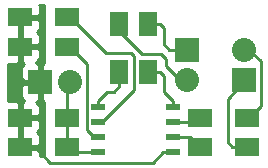
<source format=gtl>
G04 #@! TF.FileFunction,Copper,L1,Top,Signal*
%FSLAX46Y46*%
G04 Gerber Fmt 4.6, Leading zero omitted, Abs format (unit mm)*
G04 Created by KiCad (PCBNEW 4.0.4+e1-6308~48~ubuntu16.04.1-stable) date Thu Nov  3 23:10:20 2016*
%MOMM*%
%LPD*%
G01*
G04 APERTURE LIST*
%ADD10C,0.100000*%
%ADD11R,2.000000X1.600000*%
%ADD12R,1.143000X0.508000*%
%ADD13R,2.032000X2.032000*%
%ADD14O,2.032000X2.032000*%
%ADD15R,1.600000X2.000000*%
%ADD16C,0.250000*%
%ADD17C,0.254000*%
G04 APERTURE END LIST*
D10*
D11*
X184250000Y-79000000D03*
X180250000Y-79000000D03*
D12*
X193175000Y-78095000D03*
X193175000Y-79365000D03*
X193175000Y-80635000D03*
X193175000Y-81905000D03*
X186825000Y-81905000D03*
X186825000Y-80635000D03*
X186825000Y-79365000D03*
X186825000Y-78095000D03*
D11*
X184250000Y-81500000D03*
X180250000Y-81500000D03*
X184250000Y-70500000D03*
X180250000Y-70500000D03*
X184250000Y-73000000D03*
X180250000Y-73000000D03*
D13*
X181950000Y-76000000D03*
D14*
X184490000Y-76000000D03*
D13*
X199200000Y-75800000D03*
D14*
X199200000Y-73260000D03*
D13*
X194400000Y-73260000D03*
D14*
X194400000Y-75800000D03*
D11*
X199450000Y-79000000D03*
X195450000Y-79000000D03*
D15*
X191050000Y-75100000D03*
X191050000Y-71100000D03*
D11*
X195450000Y-81500000D03*
X199450000Y-81500000D03*
D15*
X188650000Y-71100000D03*
X188650000Y-75100000D03*
D16*
X184250000Y-79000000D02*
X184250000Y-76240000D01*
X184250000Y-76240000D02*
X184490000Y-76000000D01*
X184250000Y-81500000D02*
X184250000Y-79000000D01*
X186825000Y-81905000D02*
X184655000Y-81905000D01*
X184655000Y-81905000D02*
X184250000Y-81500000D01*
X193175000Y-81905000D02*
X192353500Y-81905000D01*
X192353500Y-81905000D02*
X191457938Y-82800562D01*
X191457938Y-82800562D02*
X182800562Y-82800562D01*
X182800562Y-82800562D02*
X181500000Y-81500000D01*
X181500000Y-81500000D02*
X180250000Y-81500000D01*
X180250000Y-79000000D02*
X180250000Y-76434000D01*
X180250000Y-76434000D02*
X180684000Y-76000000D01*
X180684000Y-76000000D02*
X181950000Y-76000000D01*
X180250000Y-73000000D02*
X180250000Y-75566000D01*
X180250000Y-75566000D02*
X180684000Y-76000000D01*
X180250000Y-70500000D02*
X180250000Y-73000000D01*
X187142500Y-79365000D02*
X186825000Y-79365000D01*
X189851674Y-76655826D02*
X187142500Y-79365000D01*
X189626447Y-73523273D02*
X189851674Y-73748500D01*
X187473273Y-73523273D02*
X189626447Y-73523273D01*
X184450000Y-70500000D02*
X187473273Y-73523273D01*
X184250000Y-70500000D02*
X184450000Y-70500000D01*
X189851674Y-73748500D02*
X189851674Y-76655826D01*
X184250000Y-73000000D02*
X184450000Y-73000000D01*
X184450000Y-73000000D02*
X185928499Y-74478499D01*
X185928499Y-74478499D02*
X185928499Y-80055999D01*
X185928499Y-80055999D02*
X186507500Y-80635000D01*
X186507500Y-80635000D02*
X186825000Y-80635000D01*
X184250000Y-73250000D02*
X184450000Y-73250000D01*
X193175000Y-79365000D02*
X195085000Y-79365000D01*
X195085000Y-79365000D02*
X195450000Y-79000000D01*
X191050000Y-75100000D02*
X192100000Y-75100000D01*
X193175000Y-77591000D02*
X193175000Y-78095000D01*
X192100000Y-75100000D02*
X192448462Y-75448462D01*
X192448462Y-76864462D02*
X193175000Y-77591000D01*
X192448462Y-75448462D02*
X192448462Y-76864462D01*
X193175000Y-80635000D02*
X194585000Y-80635000D01*
X194585000Y-80635000D02*
X195450000Y-81500000D01*
X188650000Y-75100000D02*
X188650000Y-76350000D01*
X188650000Y-76350000D02*
X188150000Y-76850000D01*
X188150000Y-76850000D02*
X187566000Y-76850000D01*
X187566000Y-76850000D02*
X186825000Y-77591000D01*
X186825000Y-77591000D02*
X186825000Y-78095000D01*
X199450000Y-81500000D02*
X198200000Y-81500000D01*
X198200000Y-81500000D02*
X197800000Y-81100000D01*
X197800000Y-81100000D02*
X197800000Y-77400000D01*
X197800000Y-77400000D02*
X199200000Y-76000000D01*
X199200000Y-76000000D02*
X199200000Y-75800000D01*
X199450000Y-79000000D02*
X199650000Y-79000000D01*
X199650000Y-79000000D02*
X200600000Y-78050000D01*
X200600000Y-78050000D02*
X200600000Y-74200000D01*
X200600000Y-74200000D02*
X199660000Y-73260000D01*
X199660000Y-73260000D02*
X199200000Y-73260000D01*
X192400000Y-72800000D02*
X192860000Y-73260000D01*
X192860000Y-73260000D02*
X194400000Y-73260000D01*
X192400000Y-71400000D02*
X192400000Y-72800000D01*
X191050000Y-71100000D02*
X192100000Y-71100000D01*
X192100000Y-71100000D02*
X192400000Y-71400000D01*
X188650000Y-71100000D02*
X188650000Y-71650000D01*
X188650000Y-71650000D02*
X190600000Y-73600000D01*
X190600000Y-73600000D02*
X192200000Y-73600000D01*
X192200000Y-73600000D02*
X192600000Y-74000000D01*
X192600000Y-74600000D02*
X193800000Y-75800000D01*
X192600000Y-74000000D02*
X192600000Y-74600000D01*
X193800000Y-75800000D02*
X194400000Y-75800000D01*
D17*
G36*
X182273000Y-74349000D02*
X182235750Y-74349000D01*
X182077000Y-74507750D01*
X182077000Y-75873000D01*
X182097000Y-75873000D01*
X182097000Y-76127000D01*
X182077000Y-76127000D01*
X182077000Y-77492250D01*
X182235750Y-77651000D01*
X182273000Y-77651000D01*
X182273000Y-82273000D01*
X181885000Y-82273000D01*
X181885000Y-81785750D01*
X181726250Y-81627000D01*
X180377000Y-81627000D01*
X180377000Y-81647000D01*
X180123000Y-81647000D01*
X180123000Y-81627000D01*
X180103000Y-81627000D01*
X180103000Y-81373000D01*
X180123000Y-81373000D01*
X180123000Y-79127000D01*
X180377000Y-79127000D01*
X180377000Y-81373000D01*
X181726250Y-81373000D01*
X181885000Y-81214250D01*
X181885000Y-80573690D01*
X181788327Y-80340301D01*
X181698025Y-80250000D01*
X181788327Y-80159699D01*
X181885000Y-79926310D01*
X181885000Y-79285750D01*
X181726250Y-79127000D01*
X180377000Y-79127000D01*
X180123000Y-79127000D01*
X180103000Y-79127000D01*
X180103000Y-78873000D01*
X180123000Y-78873000D01*
X180123000Y-77723750D01*
X179964250Y-77565000D01*
X179206000Y-77565000D01*
X179206000Y-76285750D01*
X180299000Y-76285750D01*
X180299000Y-77142309D01*
X180395673Y-77375698D01*
X180574301Y-77554327D01*
X180600068Y-77565000D01*
X180535750Y-77565000D01*
X180377000Y-77723750D01*
X180377000Y-78873000D01*
X181726250Y-78873000D01*
X181885000Y-78714250D01*
X181885000Y-78073690D01*
X181788327Y-77840301D01*
X181609698Y-77661673D01*
X181583931Y-77651000D01*
X181664250Y-77651000D01*
X181823000Y-77492250D01*
X181823000Y-76127000D01*
X180457750Y-76127000D01*
X180299000Y-76285750D01*
X179206000Y-76285750D01*
X179206000Y-74857691D01*
X180299000Y-74857691D01*
X180299000Y-75714250D01*
X180457750Y-75873000D01*
X181823000Y-75873000D01*
X181823000Y-74507750D01*
X181664250Y-74349000D01*
X181583931Y-74349000D01*
X181609698Y-74338327D01*
X181788327Y-74159699D01*
X181885000Y-73926310D01*
X181885000Y-73285750D01*
X181726250Y-73127000D01*
X180377000Y-73127000D01*
X180377000Y-74276250D01*
X180535750Y-74435000D01*
X180600068Y-74435000D01*
X180574301Y-74445673D01*
X180395673Y-74624302D01*
X180299000Y-74857691D01*
X179206000Y-74857691D01*
X179206000Y-74435000D01*
X179964250Y-74435000D01*
X180123000Y-74276250D01*
X180123000Y-73127000D01*
X180103000Y-73127000D01*
X180103000Y-72873000D01*
X180123000Y-72873000D01*
X180123000Y-70627000D01*
X180377000Y-70627000D01*
X180377000Y-72873000D01*
X181726250Y-72873000D01*
X181885000Y-72714250D01*
X181885000Y-72073690D01*
X181788327Y-71840301D01*
X181698025Y-71750000D01*
X181788327Y-71659699D01*
X181885000Y-71426310D01*
X181885000Y-70785750D01*
X181726250Y-70627000D01*
X180377000Y-70627000D01*
X180123000Y-70627000D01*
X180103000Y-70627000D01*
X180103000Y-70373000D01*
X180123000Y-70373000D01*
X180123000Y-70353000D01*
X180377000Y-70353000D01*
X180377000Y-70373000D01*
X181726250Y-70373000D01*
X181885000Y-70214250D01*
X181885000Y-69573690D01*
X181836251Y-69456000D01*
X182273000Y-69456000D01*
X182273000Y-74349000D01*
X182273000Y-74349000D01*
G37*
X182273000Y-74349000D02*
X182235750Y-74349000D01*
X182077000Y-74507750D01*
X182077000Y-75873000D01*
X182097000Y-75873000D01*
X182097000Y-76127000D01*
X182077000Y-76127000D01*
X182077000Y-77492250D01*
X182235750Y-77651000D01*
X182273000Y-77651000D01*
X182273000Y-82273000D01*
X181885000Y-82273000D01*
X181885000Y-81785750D01*
X181726250Y-81627000D01*
X180377000Y-81627000D01*
X180377000Y-81647000D01*
X180123000Y-81647000D01*
X180123000Y-81627000D01*
X180103000Y-81627000D01*
X180103000Y-81373000D01*
X180123000Y-81373000D01*
X180123000Y-79127000D01*
X180377000Y-79127000D01*
X180377000Y-81373000D01*
X181726250Y-81373000D01*
X181885000Y-81214250D01*
X181885000Y-80573690D01*
X181788327Y-80340301D01*
X181698025Y-80250000D01*
X181788327Y-80159699D01*
X181885000Y-79926310D01*
X181885000Y-79285750D01*
X181726250Y-79127000D01*
X180377000Y-79127000D01*
X180123000Y-79127000D01*
X180103000Y-79127000D01*
X180103000Y-78873000D01*
X180123000Y-78873000D01*
X180123000Y-77723750D01*
X179964250Y-77565000D01*
X179206000Y-77565000D01*
X179206000Y-76285750D01*
X180299000Y-76285750D01*
X180299000Y-77142309D01*
X180395673Y-77375698D01*
X180574301Y-77554327D01*
X180600068Y-77565000D01*
X180535750Y-77565000D01*
X180377000Y-77723750D01*
X180377000Y-78873000D01*
X181726250Y-78873000D01*
X181885000Y-78714250D01*
X181885000Y-78073690D01*
X181788327Y-77840301D01*
X181609698Y-77661673D01*
X181583931Y-77651000D01*
X181664250Y-77651000D01*
X181823000Y-77492250D01*
X181823000Y-76127000D01*
X180457750Y-76127000D01*
X180299000Y-76285750D01*
X179206000Y-76285750D01*
X179206000Y-74857691D01*
X180299000Y-74857691D01*
X180299000Y-75714250D01*
X180457750Y-75873000D01*
X181823000Y-75873000D01*
X181823000Y-74507750D01*
X181664250Y-74349000D01*
X181583931Y-74349000D01*
X181609698Y-74338327D01*
X181788327Y-74159699D01*
X181885000Y-73926310D01*
X181885000Y-73285750D01*
X181726250Y-73127000D01*
X180377000Y-73127000D01*
X180377000Y-74276250D01*
X180535750Y-74435000D01*
X180600068Y-74435000D01*
X180574301Y-74445673D01*
X180395673Y-74624302D01*
X180299000Y-74857691D01*
X179206000Y-74857691D01*
X179206000Y-74435000D01*
X179964250Y-74435000D01*
X180123000Y-74276250D01*
X180123000Y-73127000D01*
X180103000Y-73127000D01*
X180103000Y-72873000D01*
X180123000Y-72873000D01*
X180123000Y-70627000D01*
X180377000Y-70627000D01*
X180377000Y-72873000D01*
X181726250Y-72873000D01*
X181885000Y-72714250D01*
X181885000Y-72073690D01*
X181788327Y-71840301D01*
X181698025Y-71750000D01*
X181788327Y-71659699D01*
X181885000Y-71426310D01*
X181885000Y-70785750D01*
X181726250Y-70627000D01*
X180377000Y-70627000D01*
X180123000Y-70627000D01*
X180103000Y-70627000D01*
X180103000Y-70373000D01*
X180123000Y-70373000D01*
X180123000Y-70353000D01*
X180377000Y-70353000D01*
X180377000Y-70373000D01*
X181726250Y-70373000D01*
X181885000Y-70214250D01*
X181885000Y-69573690D01*
X181836251Y-69456000D01*
X182273000Y-69456000D01*
X182273000Y-74349000D01*
M02*

</source>
